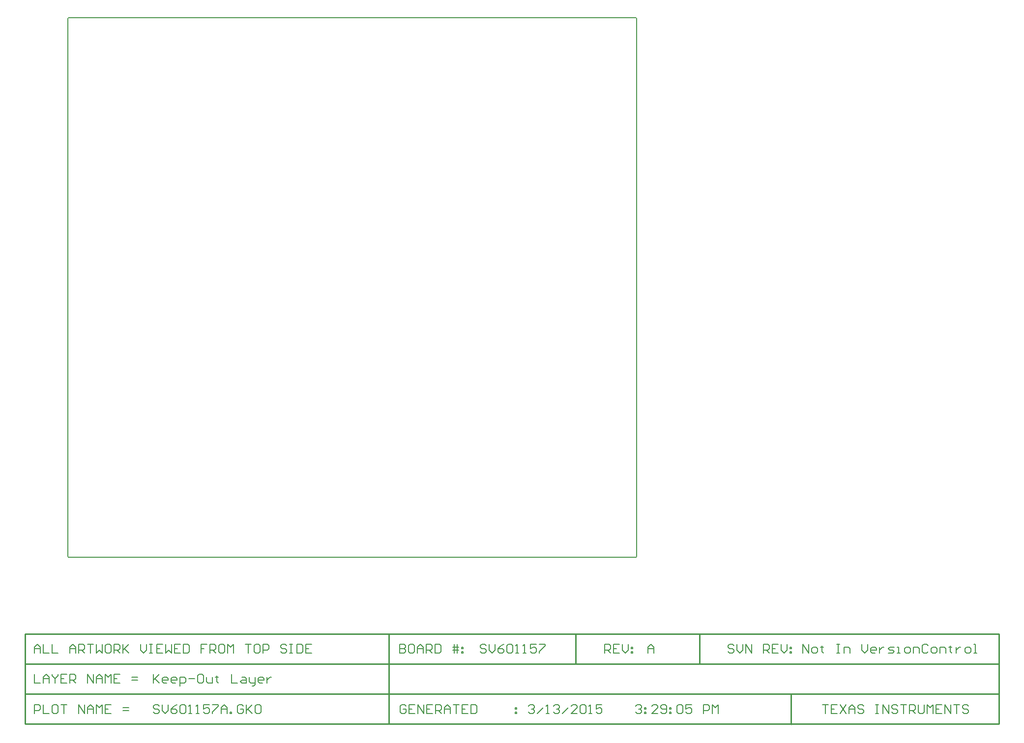
<source format=gko>
%FSAX25Y25*%
%MOIN*%
G70*
G01*
G75*
G04 Layer_Color=16711935*
%ADD10R,0.90000X0.25000*%
%ADD11R,0.07874X0.07874*%
%ADD12R,0.07480X0.17323*%
%ADD13R,0.02559X0.04724*%
%ADD14R,0.02756X0.01969*%
%ADD15R,0.18504X0.17716*%
%ADD16R,0.21654X0.27559*%
%ADD17C,0.03937*%
%ADD18R,0.07874X0.15748*%
%ADD19R,0.03937X0.44094*%
%ADD20R,0.03937X0.25984*%
%ADD21R,0.10630X0.05118*%
%ADD22R,0.06300X0.05000*%
%ADD23R,0.03740X0.03937*%
%ADD24R,0.04724X0.02559*%
%ADD25R,0.01969X0.02756*%
%ADD26R,0.17716X0.18504*%
%ADD27R,0.07874X0.07874*%
%ADD28P,0.07072X4X90.0*%
%ADD29C,0.02400*%
%ADD30C,0.01200*%
%ADD31C,0.01000*%
%ADD32C,0.00800*%
%ADD33C,0.31496*%
%ADD34C,0.08700*%
%ADD35C,0.47244*%
%ADD36C,0.01575*%
%ADD37C,0.02400*%
%ADD38C,0.03800*%
%ADD39C,0.00700*%
%ADD40R,0.03937X0.06299*%
%ADD41R,0.02362X0.02362*%
%ADD42R,0.12205X0.20394*%
%ADD43O,0.06693X0.01378*%
%ADD44R,0.03347X0.03150*%
%ADD45R,0.03000X0.03000*%
%ADD46R,0.03150X0.03347*%
%ADD47C,0.01600*%
%ADD48C,0.00799*%
%ADD49C,0.00500*%
%ADD50C,0.00787*%
%ADD51C,0.00709*%
%ADD52C,0.00669*%
%ADD53C,0.01400*%
%ADD54R,0.12400X0.02000*%
%ADD55R,0.01762X0.02224*%
%ADD56R,0.02224X0.01762*%
%ADD57R,0.02000X0.12400*%
%ADD58R,0.30000X0.10000*%
%ADD59R,0.05118X0.04854*%
%ADD60R,0.05118X0.04854*%
%ADD61R,0.04854X0.05118*%
%ADD62R,0.08268X0.08268*%
%ADD63R,0.07874X0.17716*%
%ADD64R,0.02953X0.05118*%
%ADD65R,0.03150X0.02362*%
%ADD66R,0.18898X0.18110*%
%ADD67R,0.22047X0.27953*%
%ADD68C,0.07874*%
%ADD69R,0.08268X0.16142*%
%ADD70R,0.04331X0.44488*%
%ADD71R,0.04331X0.26378*%
%ADD72R,0.11024X0.05512*%
%ADD73R,0.06694X0.05394*%
%ADD74R,0.04134X0.04331*%
%ADD75R,0.05118X0.02953*%
%ADD76R,0.02362X0.03150*%
%ADD77R,0.18110X0.18898*%
%ADD78R,0.08268X0.08268*%
%ADD79C,0.31890*%
%ADD80C,0.09094*%
%ADD81C,0.47638*%
%ADD82C,0.01969*%
%ADD83C,0.02794*%
%ADD84C,0.04194*%
%ADD85R,0.04331X0.06693*%
%ADD86R,0.02756X0.02756*%
%ADD87R,0.12598X0.20787*%
%ADD88O,0.07087X0.01772*%
%ADD89R,0.03740X0.03543*%
%ADD90R,0.03394X0.03394*%
%ADD91R,0.03543X0.03740*%
%ADD92R,0.01969X0.01969*%
%ADD93C,0.00984*%
%ADD94R,0.06800X0.02000*%
G54D31*
X0497200Y0080717D02*
Y0101050D01*
X0413200Y0080717D02*
Y0101050D01*
X0040000Y0080717D02*
X0700200D01*
X0040000Y0060383D02*
X0700000D01*
X0040000Y0040050D02*
X0440500D01*
X0040050Y0101050D02*
X0700200D01*
X0040050Y0040050D02*
Y0101050D01*
Y0040050D02*
X0197600D01*
X0040000D02*
Y0101050D01*
X0286500Y0040050D02*
Y0101050D01*
X0700200Y0040050D02*
Y0101050D01*
X0440500Y0040050D02*
X0700200D01*
X0559400Y0039400D02*
Y0059683D01*
G54D32*
X0126900Y0073549D02*
Y0067551D01*
Y0069550D01*
X0130899Y0073549D01*
X0127900Y0070550D01*
X0130899Y0067551D01*
X0135897D02*
X0133898D01*
X0132898Y0068550D01*
Y0070550D01*
X0133898Y0071549D01*
X0135897D01*
X0136897Y0070550D01*
Y0069550D01*
X0132898D01*
X0141895Y0067551D02*
X0139896D01*
X0138896Y0068550D01*
Y0070550D01*
X0139896Y0071549D01*
X0141895D01*
X0142895Y0070550D01*
Y0069550D01*
X0138896D01*
X0144894Y0065551D02*
Y0071549D01*
X0147893D01*
X0148893Y0070550D01*
Y0068550D01*
X0147893Y0067551D01*
X0144894D01*
X0150892Y0070550D02*
X0154891D01*
X0159889Y0073549D02*
X0157890D01*
X0156890Y0072549D01*
Y0068550D01*
X0157890Y0067551D01*
X0159889D01*
X0160889Y0068550D01*
Y0072549D01*
X0159889Y0073549D01*
X0162888Y0071549D02*
Y0068550D01*
X0163888Y0067551D01*
X0166887D01*
Y0071549D01*
X0169886Y0072549D02*
Y0071549D01*
X0168886D01*
X0170886D01*
X0169886D01*
Y0068550D01*
X0170886Y0067551D01*
X0179883Y0073549D02*
Y0067551D01*
X0183882D01*
X0186881Y0071549D02*
X0188880D01*
X0189880Y0070550D01*
Y0067551D01*
X0186881D01*
X0185881Y0068550D01*
X0186881Y0069550D01*
X0189880D01*
X0191879Y0071549D02*
Y0068550D01*
X0192879Y0067551D01*
X0195878D01*
Y0066551D01*
X0194878Y0065551D01*
X0193878D01*
X0195878Y0067551D02*
Y0071549D01*
X0200876Y0067551D02*
X0198877D01*
X0197877Y0068550D01*
Y0070550D01*
X0198877Y0071549D01*
X0200876D01*
X0201876Y0070550D01*
Y0069550D01*
X0197877D01*
X0203875Y0071549D02*
Y0067551D01*
Y0069550D01*
X0204875Y0070550D01*
X0205874Y0071549D01*
X0206874D01*
X0567400Y0087833D02*
Y0093831D01*
X0571399Y0087833D01*
Y0093831D01*
X0574398Y0087833D02*
X0576397D01*
X0577397Y0088833D01*
Y0090832D01*
X0576397Y0091832D01*
X0574398D01*
X0573398Y0090832D01*
Y0088833D01*
X0574398Y0087833D01*
X0580396Y0092832D02*
Y0091832D01*
X0579396D01*
X0581395D01*
X0580396D01*
Y0088833D01*
X0581395Y0087833D01*
X0590393Y0093831D02*
X0592392D01*
X0591392D01*
Y0087833D01*
X0590393D01*
X0592392D01*
X0595391D02*
Y0091832D01*
X0598390D01*
X0599390Y0090832D01*
Y0087833D01*
X0607387Y0093831D02*
Y0089833D01*
X0609386Y0087833D01*
X0611386Y0089833D01*
Y0093831D01*
X0616384Y0087833D02*
X0614385D01*
X0613385Y0088833D01*
Y0090832D01*
X0614385Y0091832D01*
X0616384D01*
X0617384Y0090832D01*
Y0089833D01*
X0613385D01*
X0619383Y0091832D02*
Y0087833D01*
Y0089833D01*
X0620383Y0090832D01*
X0621383Y0091832D01*
X0622382D01*
X0625381Y0087833D02*
X0628380D01*
X0629380Y0088833D01*
X0628380Y0089833D01*
X0626381D01*
X0625381Y0090832D01*
X0626381Y0091832D01*
X0629380D01*
X0631379Y0087833D02*
X0633379D01*
X0632379D01*
Y0091832D01*
X0631379D01*
X0637377Y0087833D02*
X0639377D01*
X0640376Y0088833D01*
Y0090832D01*
X0639377Y0091832D01*
X0637377D01*
X0636378Y0090832D01*
Y0088833D01*
X0637377Y0087833D01*
X0642376D02*
Y0091832D01*
X0645375D01*
X0646374Y0090832D01*
Y0087833D01*
X0652373Y0092832D02*
X0651373Y0093831D01*
X0649373D01*
X0648374Y0092832D01*
Y0088833D01*
X0649373Y0087833D01*
X0651373D01*
X0652373Y0088833D01*
X0655372Y0087833D02*
X0657371D01*
X0658371Y0088833D01*
Y0090832D01*
X0657371Y0091832D01*
X0655372D01*
X0654372Y0090832D01*
Y0088833D01*
X0655372Y0087833D01*
X0660370D02*
Y0091832D01*
X0663369D01*
X0664369Y0090832D01*
Y0087833D01*
X0667368Y0092832D02*
Y0091832D01*
X0666368D01*
X0668367D01*
X0667368D01*
Y0088833D01*
X0668367Y0087833D01*
X0671366Y0091832D02*
Y0087833D01*
Y0089833D01*
X0672366Y0090832D01*
X0673366Y0091832D01*
X0674365D01*
X0678364Y0087833D02*
X0680364D01*
X0681363Y0088833D01*
Y0090832D01*
X0680364Y0091832D01*
X0678364D01*
X0677364Y0090832D01*
Y0088833D01*
X0678364Y0087833D01*
X0683362D02*
X0685362D01*
X0684362D01*
Y0093831D01*
X0683362D01*
X0520799Y0092832D02*
X0519799Y0093831D01*
X0517800D01*
X0516800Y0092832D01*
Y0091832D01*
X0517800Y0090832D01*
X0519799D01*
X0520799Y0089833D01*
Y0088833D01*
X0519799Y0087833D01*
X0517800D01*
X0516800Y0088833D01*
X0522798Y0093831D02*
Y0089833D01*
X0524797Y0087833D01*
X0526797Y0089833D01*
Y0093831D01*
X0528796Y0087833D02*
Y0093831D01*
X0532795Y0087833D01*
Y0093831D01*
X0540792Y0087833D02*
Y0093831D01*
X0543791D01*
X0544791Y0092832D01*
Y0090832D01*
X0543791Y0089833D01*
X0540792D01*
X0542792D02*
X0544791Y0087833D01*
X0550789Y0093831D02*
X0546790D01*
Y0087833D01*
X0550789D01*
X0546790Y0090832D02*
X0548790D01*
X0552788Y0093831D02*
Y0089833D01*
X0554788Y0087833D01*
X0556787Y0089833D01*
Y0093831D01*
X0558786Y0091832D02*
X0559786D01*
Y0090832D01*
X0558786D01*
Y0091832D01*
Y0088833D02*
X0559786D01*
Y0087833D01*
X0558786D01*
Y0088833D01*
X0433000Y0087833D02*
Y0093831D01*
X0435999D01*
X0436999Y0092832D01*
Y0090832D01*
X0435999Y0089833D01*
X0433000D01*
X0434999D02*
X0436999Y0087833D01*
X0442997Y0093831D02*
X0438998D01*
Y0087833D01*
X0442997D01*
X0438998Y0090832D02*
X0440997D01*
X0444996Y0093831D02*
Y0089833D01*
X0446995Y0087833D01*
X0448995Y0089833D01*
Y0093831D01*
X0450994Y0091832D02*
X0451994D01*
Y0090832D01*
X0450994D01*
Y0091832D01*
Y0088833D02*
X0451994D01*
Y0087833D01*
X0450994D01*
Y0088833D01*
X0130899Y0051965D02*
X0129899Y0052965D01*
X0127900D01*
X0126900Y0051965D01*
Y0050965D01*
X0127900Y0049966D01*
X0129899D01*
X0130899Y0048966D01*
Y0047966D01*
X0129899Y0046966D01*
X0127900D01*
X0126900Y0047966D01*
X0132898Y0052965D02*
Y0048966D01*
X0134897Y0046966D01*
X0136897Y0048966D01*
Y0052965D01*
X0142895D02*
X0140895Y0051965D01*
X0138896Y0049966D01*
Y0047966D01*
X0139896Y0046966D01*
X0141895D01*
X0142895Y0047966D01*
Y0048966D01*
X0141895Y0049966D01*
X0138896D01*
X0144894Y0051965D02*
X0145894Y0052965D01*
X0147893D01*
X0148893Y0051965D01*
Y0047966D01*
X0147893Y0046966D01*
X0145894D01*
X0144894Y0047966D01*
Y0051965D01*
X0150892Y0046966D02*
X0152892D01*
X0151892D01*
Y0052965D01*
X0150892Y0051965D01*
X0155891Y0046966D02*
X0157890D01*
X0156890D01*
Y0052965D01*
X0155891Y0051965D01*
X0164888Y0052965D02*
X0160889D01*
Y0049966D01*
X0162888Y0050965D01*
X0163888D01*
X0164888Y0049966D01*
Y0047966D01*
X0163888Y0046966D01*
X0161889D01*
X0160889Y0047966D01*
X0166887Y0052965D02*
X0170886D01*
Y0051965D01*
X0166887Y0047966D01*
Y0046966D01*
X0172885D02*
Y0050965D01*
X0174884Y0052965D01*
X0176884Y0050965D01*
Y0046966D01*
Y0049966D01*
X0172885D01*
X0178883Y0046966D02*
Y0047966D01*
X0179883D01*
Y0046966D01*
X0178883D01*
X0187880Y0051965D02*
X0186881Y0052965D01*
X0184881D01*
X0183882Y0051965D01*
Y0047966D01*
X0184881Y0046966D01*
X0186881D01*
X0187880Y0047966D01*
Y0049966D01*
X0185881D01*
X0189880Y0052965D02*
Y0046966D01*
Y0048966D01*
X0193878Y0052965D01*
X0190879Y0049966D01*
X0193878Y0046966D01*
X0198877Y0052965D02*
X0196877D01*
X0195878Y0051965D01*
Y0047966D01*
X0196877Y0046966D01*
X0198877D01*
X0199876Y0047966D01*
Y0051965D01*
X0198877Y0052965D01*
X0381150Y0051965D02*
X0382150Y0052965D01*
X0384149D01*
X0385149Y0051965D01*
Y0050965D01*
X0384149Y0049966D01*
X0383149D01*
X0384149D01*
X0385149Y0048966D01*
Y0047966D01*
X0384149Y0046966D01*
X0382150D01*
X0381150Y0047966D01*
X0387148Y0046966D02*
X0391147Y0050965D01*
X0393146Y0046966D02*
X0395146D01*
X0394146D01*
Y0052965D01*
X0393146Y0051965D01*
X0398145D02*
X0399144Y0052965D01*
X0401144D01*
X0402143Y0051965D01*
Y0050965D01*
X0401144Y0049966D01*
X0400144D01*
X0401144D01*
X0402143Y0048966D01*
Y0047966D01*
X0401144Y0046966D01*
X0399144D01*
X0398145Y0047966D01*
X0404143Y0046966D02*
X0408141Y0050965D01*
X0414139Y0046966D02*
X0410141D01*
X0414139Y0050965D01*
Y0051965D01*
X0413140Y0052965D01*
X0411140D01*
X0410141Y0051965D01*
X0416139D02*
X0417138Y0052965D01*
X0419138D01*
X0420137Y0051965D01*
Y0047966D01*
X0419138Y0046966D01*
X0417138D01*
X0416139Y0047966D01*
Y0051965D01*
X0422137Y0046966D02*
X0424136D01*
X0423136D01*
Y0052965D01*
X0422137Y0051965D01*
X0431134Y0052965D02*
X0427135D01*
Y0049966D01*
X0429135Y0050965D01*
X0430134D01*
X0431134Y0049966D01*
Y0047966D01*
X0430134Y0046966D01*
X0428135D01*
X0427135Y0047966D01*
X0298199Y0051965D02*
X0297199Y0052965D01*
X0295200D01*
X0294200Y0051965D01*
Y0047966D01*
X0295200Y0046966D01*
X0297199D01*
X0298199Y0047966D01*
Y0049966D01*
X0296199D01*
X0304197Y0052965D02*
X0300198D01*
Y0046966D01*
X0304197D01*
X0300198Y0049966D02*
X0302197D01*
X0306196Y0046966D02*
Y0052965D01*
X0310195Y0046966D01*
Y0052965D01*
X0316193D02*
X0312194D01*
Y0046966D01*
X0316193D01*
X0312194Y0049966D02*
X0314194D01*
X0318192Y0046966D02*
Y0052965D01*
X0321191D01*
X0322191Y0051965D01*
Y0049966D01*
X0321191Y0048966D01*
X0318192D01*
X0320192D02*
X0322191Y0046966D01*
X0324190D02*
Y0050965D01*
X0326190Y0052965D01*
X0328189Y0050965D01*
Y0046966D01*
Y0049966D01*
X0324190D01*
X0330188Y0052965D02*
X0334187D01*
X0332188D01*
Y0046966D01*
X0340185Y0052965D02*
X0336186D01*
Y0046966D01*
X0340185D01*
X0336186Y0049966D02*
X0338186D01*
X0342184Y0052965D02*
Y0046966D01*
X0345183D01*
X0346183Y0047966D01*
Y0051965D01*
X0345183Y0052965D01*
X0342184D01*
X0372175Y0050965D02*
X0373175D01*
Y0049966D01*
X0372175D01*
Y0050965D01*
Y0047966D02*
X0373175D01*
Y0046966D01*
X0372175D01*
Y0047966D01*
X0046350Y0087833D02*
Y0091832D01*
X0048349Y0093831D01*
X0050349Y0091832D01*
Y0087833D01*
Y0090832D01*
X0046350D01*
X0052348Y0093831D02*
Y0087833D01*
X0056347D01*
X0058346Y0093831D02*
Y0087833D01*
X0062345D01*
X0070342D02*
Y0091832D01*
X0072342Y0093831D01*
X0074341Y0091832D01*
Y0087833D01*
Y0090832D01*
X0070342D01*
X0076340Y0087833D02*
Y0093831D01*
X0079339D01*
X0080339Y0092832D01*
Y0090832D01*
X0079339Y0089833D01*
X0076340D01*
X0078340D02*
X0080339Y0087833D01*
X0082338Y0093831D02*
X0086337D01*
X0084338D01*
Y0087833D01*
X0088336Y0093831D02*
Y0087833D01*
X0090336Y0089833D01*
X0092335Y0087833D01*
Y0093831D01*
X0097334D02*
X0095334D01*
X0094335Y0092832D01*
Y0088833D01*
X0095334Y0087833D01*
X0097334D01*
X0098333Y0088833D01*
Y0092832D01*
X0097334Y0093831D01*
X0100332Y0087833D02*
Y0093831D01*
X0103332D01*
X0104331Y0092832D01*
Y0090832D01*
X0103332Y0089833D01*
X0100332D01*
X0102332D02*
X0104331Y0087833D01*
X0106331Y0093831D02*
Y0087833D01*
Y0089833D01*
X0110329Y0093831D01*
X0107330Y0090832D01*
X0110329Y0087833D01*
X0118327Y0093831D02*
Y0089833D01*
X0120326Y0087833D01*
X0122325Y0089833D01*
Y0093831D01*
X0124325D02*
X0126324D01*
X0125324D01*
Y0087833D01*
X0124325D01*
X0126324D01*
X0133322Y0093831D02*
X0129323D01*
Y0087833D01*
X0133322D01*
X0129323Y0090832D02*
X0131323D01*
X0135321Y0093831D02*
Y0087833D01*
X0137321Y0089833D01*
X0139320Y0087833D01*
Y0093831D01*
X0145318D02*
X0141319D01*
Y0087833D01*
X0145318D01*
X0141319Y0090832D02*
X0143319D01*
X0147317Y0093831D02*
Y0087833D01*
X0150316D01*
X0151316Y0088833D01*
Y0092832D01*
X0150316Y0093831D01*
X0147317D01*
X0163312D02*
X0159313D01*
Y0090832D01*
X0161313D01*
X0159313D01*
Y0087833D01*
X0165312D02*
Y0093831D01*
X0168310D01*
X0169310Y0092832D01*
Y0090832D01*
X0168310Y0089833D01*
X0165312D01*
X0167311D02*
X0169310Y0087833D01*
X0174309Y0093831D02*
X0172309D01*
X0171310Y0092832D01*
Y0088833D01*
X0172309Y0087833D01*
X0174309D01*
X0175308Y0088833D01*
Y0092832D01*
X0174309Y0093831D01*
X0177308Y0087833D02*
Y0093831D01*
X0179307Y0091832D01*
X0181306Y0093831D01*
Y0087833D01*
X0189304Y0093831D02*
X0193303D01*
X0191303D01*
Y0087833D01*
X0198301Y0093831D02*
X0196301D01*
X0195302Y0092832D01*
Y0088833D01*
X0196301Y0087833D01*
X0198301D01*
X0199301Y0088833D01*
Y0092832D01*
X0198301Y0093831D01*
X0201300Y0087833D02*
Y0093831D01*
X0204299D01*
X0205299Y0092832D01*
Y0090832D01*
X0204299Y0089833D01*
X0201300D01*
X0217295Y0092832D02*
X0216295Y0093831D01*
X0214296D01*
X0213296Y0092832D01*
Y0091832D01*
X0214296Y0090832D01*
X0216295D01*
X0217295Y0089833D01*
Y0088833D01*
X0216295Y0087833D01*
X0214296D01*
X0213296Y0088833D01*
X0219294Y0093831D02*
X0221293D01*
X0220294D01*
Y0087833D01*
X0219294D01*
X0221293D01*
X0224292Y0093831D02*
Y0087833D01*
X0227291D01*
X0228291Y0088833D01*
Y0092832D01*
X0227291Y0093831D01*
X0224292D01*
X0234289D02*
X0230291D01*
Y0087833D01*
X0234289D01*
X0230291Y0090832D02*
X0232290D01*
X0462150Y0087833D02*
Y0091832D01*
X0464149Y0093831D01*
X0466149Y0091832D01*
Y0087833D01*
Y0090832D01*
X0462150D01*
X0352549Y0092832D02*
X0351549Y0093831D01*
X0349550D01*
X0348550Y0092832D01*
Y0091832D01*
X0349550Y0090832D01*
X0351549D01*
X0352549Y0089833D01*
Y0088833D01*
X0351549Y0087833D01*
X0349550D01*
X0348550Y0088833D01*
X0354548Y0093831D02*
Y0089833D01*
X0356547Y0087833D01*
X0358547Y0089833D01*
Y0093831D01*
X0364545D02*
X0362545Y0092832D01*
X0360546Y0090832D01*
Y0088833D01*
X0361546Y0087833D01*
X0363545D01*
X0364545Y0088833D01*
Y0089833D01*
X0363545Y0090832D01*
X0360546D01*
X0366544Y0092832D02*
X0367544Y0093831D01*
X0369543D01*
X0370543Y0092832D01*
Y0088833D01*
X0369543Y0087833D01*
X0367544D01*
X0366544Y0088833D01*
Y0092832D01*
X0372542Y0087833D02*
X0374542D01*
X0373542D01*
Y0093831D01*
X0372542Y0092832D01*
X0377541Y0087833D02*
X0379540D01*
X0378540D01*
Y0093831D01*
X0377541Y0092832D01*
X0386538Y0093831D02*
X0382539D01*
Y0090832D01*
X0384538Y0091832D01*
X0385538D01*
X0386538Y0090832D01*
Y0088833D01*
X0385538Y0087833D01*
X0383539D01*
X0382539Y0088833D01*
X0388537Y0093831D02*
X0392536D01*
Y0092832D01*
X0388537Y0088833D01*
Y0087833D01*
X0294000Y0093831D02*
Y0087833D01*
X0296999D01*
X0297999Y0088833D01*
Y0089833D01*
X0296999Y0090832D01*
X0294000D01*
X0296999D01*
X0297999Y0091832D01*
Y0092832D01*
X0296999Y0093831D01*
X0294000D01*
X0302997D02*
X0300998D01*
X0299998Y0092832D01*
Y0088833D01*
X0300998Y0087833D01*
X0302997D01*
X0303997Y0088833D01*
Y0092832D01*
X0302997Y0093831D01*
X0305996Y0087833D02*
Y0091832D01*
X0307996Y0093831D01*
X0309995Y0091832D01*
Y0087833D01*
Y0090832D01*
X0305996D01*
X0311994Y0087833D02*
Y0093831D01*
X0314993D01*
X0315993Y0092832D01*
Y0090832D01*
X0314993Y0089833D01*
X0311994D01*
X0313994D02*
X0315993Y0087833D01*
X0317992Y0093831D02*
Y0087833D01*
X0320991D01*
X0321991Y0088833D01*
Y0092832D01*
X0320991Y0093831D01*
X0317992D01*
X0330988Y0087833D02*
Y0093831D01*
X0332987D02*
Y0087833D01*
X0329988Y0091832D02*
X0332987D01*
X0333987D01*
X0329988Y0089833D02*
X0333987D01*
X0335986Y0091832D02*
X0336986D01*
Y0090832D01*
X0335986D01*
Y0091832D01*
Y0088833D02*
X0336986D01*
Y0087833D01*
X0335986D01*
Y0088833D01*
X0046350Y0073549D02*
Y0067551D01*
X0050349D01*
X0052348D02*
Y0071549D01*
X0054347Y0073549D01*
X0056347Y0071549D01*
Y0067551D01*
Y0070550D01*
X0052348D01*
X0058346Y0073549D02*
Y0072549D01*
X0060346Y0070550D01*
X0062345Y0072549D01*
Y0073549D01*
X0060346Y0070550D02*
Y0067551D01*
X0068343Y0073549D02*
X0064344D01*
Y0067551D01*
X0068343D01*
X0064344Y0070550D02*
X0066343D01*
X0070342Y0067551D02*
Y0073549D01*
X0073341D01*
X0074341Y0072549D01*
Y0070550D01*
X0073341Y0069550D01*
X0070342D01*
X0072342D02*
X0074341Y0067551D01*
X0082338D02*
Y0073549D01*
X0086337Y0067551D01*
Y0073549D01*
X0088336Y0067551D02*
Y0071549D01*
X0090336Y0073549D01*
X0092335Y0071549D01*
Y0067551D01*
Y0070550D01*
X0088336D01*
X0094335Y0067551D02*
Y0073549D01*
X0096334Y0071549D01*
X0098333Y0073549D01*
Y0067551D01*
X0104331Y0073549D02*
X0100332D01*
Y0067551D01*
X0104331D01*
X0100332Y0070550D02*
X0102332D01*
X0112329Y0069550D02*
X0116327D01*
X0112329Y0071549D02*
X0116327D01*
X0046350Y0046966D02*
Y0052965D01*
X0049349D01*
X0050349Y0051965D01*
Y0049966D01*
X0049349Y0048966D01*
X0046350D01*
X0052348Y0052965D02*
Y0046966D01*
X0056347D01*
X0061345Y0052965D02*
X0059346D01*
X0058346Y0051965D01*
Y0047966D01*
X0059346Y0046966D01*
X0061345D01*
X0062345Y0047966D01*
Y0051965D01*
X0061345Y0052965D01*
X0064344D02*
X0068343D01*
X0066343D01*
Y0046966D01*
X0076340D02*
Y0052965D01*
X0080339Y0046966D01*
Y0052965D01*
X0082338Y0046966D02*
Y0050965D01*
X0084338Y0052965D01*
X0086337Y0050965D01*
Y0046966D01*
Y0049966D01*
X0082338D01*
X0088336Y0046966D02*
Y0052965D01*
X0090336Y0050965D01*
X0092335Y0052965D01*
Y0046966D01*
X0098333Y0052965D02*
X0094335D01*
Y0046966D01*
X0098333D01*
X0094335Y0049966D02*
X0096334D01*
X0106331Y0048966D02*
X0110329D01*
X0106331Y0050965D02*
X0110329D01*
X0454050Y0051965D02*
X0455050Y0052965D01*
X0457049D01*
X0458049Y0051965D01*
Y0050965D01*
X0457049Y0049966D01*
X0456049D01*
X0457049D01*
X0458049Y0048966D01*
Y0047966D01*
X0457049Y0046966D01*
X0455050D01*
X0454050Y0047966D01*
X0460048Y0050965D02*
X0461048D01*
Y0049966D01*
X0460048D01*
Y0050965D01*
Y0047966D02*
X0461048D01*
Y0046966D01*
X0460048D01*
Y0047966D01*
X0469045Y0046966D02*
X0465046D01*
X0469045Y0050965D01*
Y0051965D01*
X0468046Y0052965D01*
X0466046D01*
X0465046Y0051965D01*
X0471044Y0047966D02*
X0472044Y0046966D01*
X0474044D01*
X0475043Y0047966D01*
Y0051965D01*
X0474044Y0052965D01*
X0472044D01*
X0471044Y0051965D01*
Y0050965D01*
X0472044Y0049966D01*
X0475043D01*
X0477043Y0050965D02*
X0478042D01*
Y0049966D01*
X0477043D01*
Y0050965D01*
Y0047966D02*
X0478042D01*
Y0046966D01*
X0477043D01*
Y0047966D01*
X0482041Y0051965D02*
X0483041Y0052965D01*
X0485040D01*
X0486040Y0051965D01*
Y0047966D01*
X0485040Y0046966D01*
X0483041D01*
X0482041Y0047966D01*
Y0051965D01*
X0492038Y0052965D02*
X0488039D01*
Y0049966D01*
X0490038Y0050965D01*
X0491038D01*
X0492038Y0049966D01*
Y0047966D01*
X0491038Y0046966D01*
X0489039D01*
X0488039Y0047966D01*
X0500035Y0046966D02*
Y0052965D01*
X0503034D01*
X0504034Y0051965D01*
Y0049966D01*
X0503034Y0048966D01*
X0500035D01*
X0506033Y0046966D02*
Y0052965D01*
X0508033Y0050965D01*
X0510032Y0052965D01*
Y0046966D01*
X0580500Y0052965D02*
X0584499D01*
X0582499D01*
Y0046966D01*
X0590497Y0052965D02*
X0586498D01*
Y0046966D01*
X0590497D01*
X0586498Y0049966D02*
X0588497D01*
X0592496Y0052965D02*
X0596495Y0046966D01*
Y0052965D02*
X0592496Y0046966D01*
X0598494D02*
Y0050965D01*
X0600493Y0052965D01*
X0602493Y0050965D01*
Y0046966D01*
Y0049966D01*
X0598494D01*
X0608491Y0051965D02*
X0607491Y0052965D01*
X0605492D01*
X0604492Y0051965D01*
Y0050965D01*
X0605492Y0049966D01*
X0607491D01*
X0608491Y0048966D01*
Y0047966D01*
X0607491Y0046966D01*
X0605492D01*
X0604492Y0047966D01*
X0616488Y0052965D02*
X0618488D01*
X0617488D01*
Y0046966D01*
X0616488D01*
X0618488D01*
X0621487D02*
Y0052965D01*
X0625486Y0046966D01*
Y0052965D01*
X0631484Y0051965D02*
X0630484Y0052965D01*
X0628484D01*
X0627485Y0051965D01*
Y0050965D01*
X0628484Y0049966D01*
X0630484D01*
X0631484Y0048966D01*
Y0047966D01*
X0630484Y0046966D01*
X0628484D01*
X0627485Y0047966D01*
X0633483Y0052965D02*
X0637482D01*
X0635482D01*
Y0046966D01*
X0639481D02*
Y0052965D01*
X0642480D01*
X0643480Y0051965D01*
Y0049966D01*
X0642480Y0048966D01*
X0639481D01*
X0641480D02*
X0643480Y0046966D01*
X0645479Y0052965D02*
Y0047966D01*
X0646479Y0046966D01*
X0648478D01*
X0649478Y0047966D01*
Y0052965D01*
X0651477Y0046966D02*
Y0052965D01*
X0653476Y0050965D01*
X0655476Y0052965D01*
Y0046966D01*
X0661474Y0052965D02*
X0657475D01*
Y0046966D01*
X0661474D01*
X0657475Y0049966D02*
X0659474D01*
X0663473Y0046966D02*
Y0052965D01*
X0667472Y0046966D01*
Y0052965D01*
X0669471D02*
X0673470D01*
X0671471D01*
Y0046966D01*
X0679468Y0051965D02*
X0678468Y0052965D01*
X0676469D01*
X0675469Y0051965D01*
Y0050965D01*
X0676469Y0049966D01*
X0678468D01*
X0679468Y0048966D01*
Y0047966D01*
X0678468Y0046966D01*
X0676469D01*
X0675469Y0047966D01*
G54D39*
X0068850Y0153400D02*
G03*
X0069200Y0153050I0000350J0000000D01*
G01*
X0068850Y0153400D02*
G03*
X0069200Y0153050I0000350J0000000D01*
G01*
Y0518750D02*
G03*
X0068850Y0518400I0000000J-0000350D01*
G01*
X0069200Y0518750D02*
G03*
X0068850Y0518400I0000000J-0000350D01*
G01*
X0454200Y0153050D02*
G03*
X0454550Y0153400I0000000J0000350D01*
G01*
X0454200Y0153050D02*
G03*
X0454550Y0153400I0000000J0000350D01*
G01*
Y0518400D02*
G03*
X0454200Y0518750I-0000350J0000000D01*
G01*
X0454550Y0518400D02*
G03*
X0454200Y0518750I-0000350J0000000D01*
G01*
X0068850Y0153400D02*
Y0518400D01*
X0069200Y0153050D02*
X0454200D01*
X0069200Y0518750D02*
X0454200D01*
X0454550Y0153400D02*
Y0518400D01*
M02*

</source>
